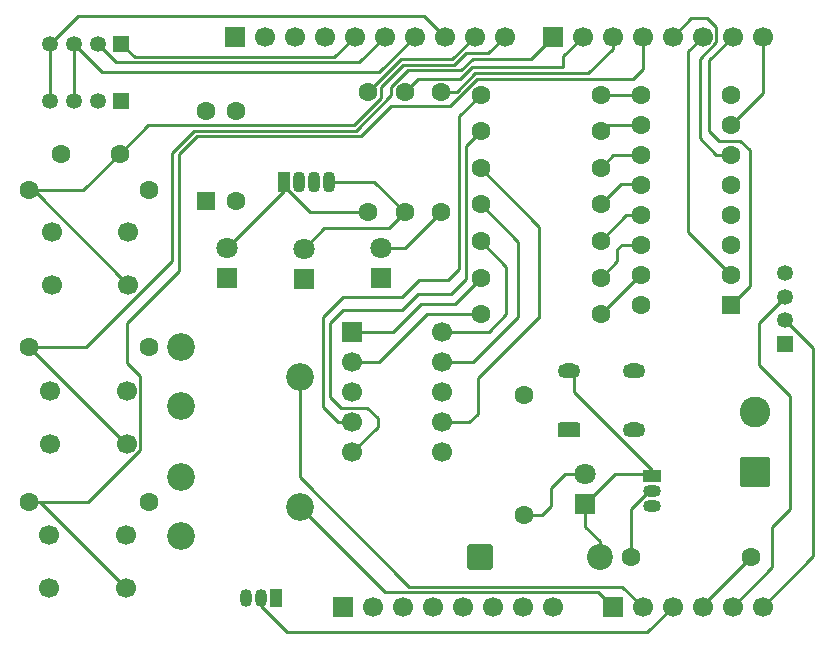
<source format=gbr>
G04 #@! TF.GenerationSoftware,KiCad,Pcbnew,9.0.4*
G04 #@! TF.CreationDate,2025-10-13T09:43:54+02:00*
G04 #@! TF.ProjectId,p1,70312e6b-6963-4616-945f-706362585858,rev?*
G04 #@! TF.SameCoordinates,Original*
G04 #@! TF.FileFunction,Copper,L1,Top*
G04 #@! TF.FilePolarity,Positive*
%FSLAX46Y46*%
G04 Gerber Fmt 4.6, Leading zero omitted, Abs format (unit mm)*
G04 Created by KiCad (PCBNEW 9.0.4) date 2025-10-13 09:43:54*
%MOMM*%
%LPD*%
G01*
G04 APERTURE LIST*
G04 Aperture macros list*
%AMRoundRect*
0 Rectangle with rounded corners*
0 $1 Rounding radius*
0 $2 $3 $4 $5 $6 $7 $8 $9 X,Y pos of 4 corners*
0 Add a 4 corners polygon primitive as box body*
4,1,4,$2,$3,$4,$5,$6,$7,$8,$9,$2,$3,0*
0 Add four circle primitives for the rounded corners*
1,1,$1+$1,$2,$3*
1,1,$1+$1,$4,$5*
1,1,$1+$1,$6,$7*
1,1,$1+$1,$8,$9*
0 Add four rect primitives between the rounded corners*
20,1,$1+$1,$2,$3,$4,$5,0*
20,1,$1+$1,$4,$5,$6,$7,0*
20,1,$1+$1,$6,$7,$8,$9,0*
20,1,$1+$1,$8,$9,$2,$3,0*%
G04 Aperture macros list end*
G04 #@! TA.AperFunction,ComponentPad*
%ADD10R,1.700000X1.700000*%
G04 #@! TD*
G04 #@! TA.AperFunction,ComponentPad*
%ADD11C,1.700000*%
G04 #@! TD*
G04 #@! TA.AperFunction,ComponentPad*
%ADD12R,1.500000X1.050000*%
G04 #@! TD*
G04 #@! TA.AperFunction,ComponentPad*
%ADD13O,1.500000X1.050000*%
G04 #@! TD*
G04 #@! TA.AperFunction,ComponentPad*
%ADD14R,1.800000X1.800000*%
G04 #@! TD*
G04 #@! TA.AperFunction,ComponentPad*
%ADD15C,1.800000*%
G04 #@! TD*
G04 #@! TA.AperFunction,ComponentPad*
%ADD16RoundRect,0.249999X-0.850001X-0.850001X0.850001X-0.850001X0.850001X0.850001X-0.850001X0.850001X0*%
G04 #@! TD*
G04 #@! TA.AperFunction,ComponentPad*
%ADD17C,2.200000*%
G04 #@! TD*
G04 #@! TA.AperFunction,ComponentPad*
%ADD18RoundRect,0.190500X-0.762000X-0.444500X0.762000X-0.444500X0.762000X0.444500X-0.762000X0.444500X0*%
G04 #@! TD*
G04 #@! TA.AperFunction,ComponentPad*
%ADD19O,1.905000X1.270000*%
G04 #@! TD*
G04 #@! TA.AperFunction,ComponentPad*
%ADD20C,1.600000*%
G04 #@! TD*
G04 #@! TA.AperFunction,ComponentPad*
%ADD21C,2.600000*%
G04 #@! TD*
G04 #@! TA.AperFunction,ComponentPad*
%ADD22RoundRect,0.250000X1.050000X-1.050000X1.050000X1.050000X-1.050000X1.050000X-1.050000X-1.050000X0*%
G04 #@! TD*
G04 #@! TA.AperFunction,ComponentPad*
%ADD23RoundRect,0.250000X0.550000X0.550000X-0.550000X0.550000X-0.550000X-0.550000X0.550000X-0.550000X0*%
G04 #@! TD*
G04 #@! TA.AperFunction,ComponentPad*
%ADD24R,1.050000X1.500000*%
G04 #@! TD*
G04 #@! TA.AperFunction,ComponentPad*
%ADD25O,1.050000X1.500000*%
G04 #@! TD*
G04 #@! TA.AperFunction,ComponentPad*
%ADD26RoundRect,0.250000X0.550000X-0.550000X0.550000X0.550000X-0.550000X0.550000X-0.550000X-0.550000X0*%
G04 #@! TD*
G04 #@! TA.AperFunction,ComponentPad*
%ADD27R,1.070000X1.800000*%
G04 #@! TD*
G04 #@! TA.AperFunction,ComponentPad*
%ADD28O,1.070000X1.800000*%
G04 #@! TD*
G04 #@! TA.AperFunction,ComponentPad*
%ADD29C,2.340000*%
G04 #@! TD*
G04 #@! TA.AperFunction,ComponentPad*
%ADD30R,1.350000X1.350000*%
G04 #@! TD*
G04 #@! TA.AperFunction,ComponentPad*
%ADD31C,1.350000*%
G04 #@! TD*
G04 #@! TA.AperFunction,Conductor*
%ADD32C,0.250000*%
G04 #@! TD*
G04 APERTURE END LIST*
D10*
G04 #@! TO.P,J1,1,Pin_1*
G04 #@! TO.N,unconnected-(J1-Pin_1-Pad1)*
X127940000Y-97460000D03*
D11*
G04 #@! TO.P,J1,2,Pin_2*
G04 #@! TO.N,/IOREF*
X130480000Y-97460000D03*
G04 #@! TO.P,J1,3,Pin_3*
G04 #@! TO.N,/~{RESET}*
X133020000Y-97460000D03*
G04 #@! TO.P,J1,4,Pin_4*
G04 #@! TO.N,+3V3*
X135560000Y-97460000D03*
G04 #@! TO.P,J1,5,Pin_5*
G04 #@! TO.N,+5V*
X138100000Y-97460000D03*
G04 #@! TO.P,J1,6,Pin_6*
G04 #@! TO.N,GND*
X140640000Y-97460000D03*
G04 #@! TO.P,J1,7,Pin_7*
X143180000Y-97460000D03*
G04 #@! TO.P,J1,8,Pin_8*
G04 #@! TO.N,VCC*
X145720000Y-97460000D03*
G04 #@! TD*
D10*
G04 #@! TO.P,J3,1,Pin_1*
G04 #@! TO.N,/A0*
X150800000Y-97460000D03*
D11*
G04 #@! TO.P,J3,2,Pin_2*
G04 #@! TO.N,/A1*
X153340000Y-97460000D03*
G04 #@! TO.P,J3,3,Pin_3*
G04 #@! TO.N,/A2*
X155880000Y-97460000D03*
G04 #@! TO.P,J3,4,Pin_4*
G04 #@! TO.N,/A3*
X158420000Y-97460000D03*
G04 #@! TO.P,J3,5,Pin_5*
G04 #@! TO.N,/SDA{slash}A4*
X160960000Y-97460000D03*
G04 #@! TO.P,J3,6,Pin_6*
G04 #@! TO.N,/SCL{slash}A5*
X163500000Y-97460000D03*
G04 #@! TD*
D10*
G04 #@! TO.P,J2,1,Pin_1*
G04 #@! TO.N,/SCL*
X118796000Y-49200000D03*
D11*
G04 #@! TO.P,J2,2,Pin_2*
G04 #@! TO.N,/SDA*
X121336000Y-49200000D03*
G04 #@! TO.P,J2,3,Pin_3*
G04 #@! TO.N,/AREF*
X123876000Y-49200000D03*
G04 #@! TO.P,J2,4,Pin_4*
G04 #@! TO.N,GND*
X126416000Y-49200000D03*
G04 #@! TO.P,J2,5,Pin_5*
G04 #@! TO.N,/13_SCK*
X128956000Y-49200000D03*
G04 #@! TO.P,J2,6,Pin_6*
G04 #@! TO.N,/12_CIPO*
X131496000Y-49200000D03*
G04 #@! TO.P,J2,7,Pin_7*
G04 #@! TO.N,/\u002A11_COPI*
X134036000Y-49200000D03*
G04 #@! TO.P,J2,8,Pin_8*
G04 #@! TO.N,/\u002A10_CS*
X136576000Y-49200000D03*
G04 #@! TO.P,J2,9,Pin_9*
G04 #@! TO.N,/\u002A9*
X139116000Y-49200000D03*
G04 #@! TO.P,J2,10,Pin_10*
G04 #@! TO.N,/8*
X141656000Y-49200000D03*
G04 #@! TD*
D10*
G04 #@! TO.P,J4,1,Pin_1*
G04 #@! TO.N,/7*
X145720000Y-49200000D03*
D11*
G04 #@! TO.P,J4,2,Pin_2*
G04 #@! TO.N,/\u002A6*
X148260000Y-49200000D03*
G04 #@! TO.P,J4,3,Pin_3*
G04 #@! TO.N,/\u002A5*
X150800000Y-49200000D03*
G04 #@! TO.P,J4,4,Pin_4*
G04 #@! TO.N,/4*
X153340000Y-49200000D03*
G04 #@! TO.P,J4,5,Pin_5*
G04 #@! TO.N,/\u002A3*
X155880000Y-49200000D03*
G04 #@! TO.P,J4,6,Pin_6*
G04 #@! TO.N,/2*
X158420000Y-49200000D03*
G04 #@! TO.P,J4,7,Pin_7*
G04 #@! TO.N,/TX{slash}1*
X160960000Y-49200000D03*
G04 #@! TO.P,J4,8,Pin_8*
G04 #@! TO.N,/RX{slash}0*
X163500000Y-49200000D03*
G04 #@! TD*
D12*
G04 #@! TO.P,Q1,1,C*
G04 #@! TO.N,Net-(Dio1-A)*
X154100000Y-86400000D03*
D13*
G04 #@! TO.P,Q1,2,B*
G04 #@! TO.N,Net-(Q1-B)*
X154100000Y-87670000D03*
G04 #@! TO.P,Q1,3,E*
G04 #@! TO.N,GND*
X154100000Y-88940000D03*
G04 #@! TD*
D14*
G04 #@! TO.P,LED1,1,K*
G04 #@! TO.N,Net-(LED1-K)*
X118168697Y-69660000D03*
D15*
G04 #@! TO.P,LED1,2,A*
G04 #@! TO.N,Net-(LED1-A)*
X118168697Y-67120000D03*
G04 #@! TD*
D16*
G04 #@! TO.P,Dio1,1,K*
G04 #@! TO.N,+5V*
X139600000Y-93250000D03*
D17*
G04 #@! TO.P,Dio1,2,A*
G04 #@! TO.N,Net-(Dio1-A)*
X149760000Y-93250000D03*
G04 #@! TD*
D14*
G04 #@! TO.P,LED5,1,K*
G04 #@! TO.N,Net-(Dio1-A)*
X148500000Y-88775000D03*
D15*
G04 #@! TO.P,LED5,2,A*
G04 #@! TO.N,Net-(LED5-A)*
X148500000Y-86235000D03*
G04 #@! TD*
D18*
G04 #@! TO.P,K1,1*
G04 #@! TO.N,+5V*
X147100000Y-82500000D03*
D19*
G04 #@! TO.P,K1,2*
G04 #@! TO.N,Net-(J5-Pin_1)*
X152600000Y-77500000D03*
G04 #@! TO.P,K1,3*
G04 #@! TO.N,Net-(Dio1-A)*
X147100000Y-77500000D03*
G04 #@! TO.P,K1,4*
G04 #@! TO.N,Net-(J5-Pin_2)*
X152600000Y-82500000D03*
G04 #@! TD*
D10*
G04 #@! TO.P,7SEG1,1,G*
G04 #@! TO.N,Net-(7SEG1-G)*
X128780000Y-74200000D03*
D11*
G04 #@! TO.P,7SEG1,2,F*
G04 #@! TO.N,Net-(7SEG1-F)*
X128780000Y-76740000D03*
G04 #@! TO.P,7SEG1,3,CC*
G04 #@! TO.N,GND*
X128780000Y-79280000D03*
G04 #@! TO.P,7SEG1,4,E*
G04 #@! TO.N,Net-(7SEG1-E)*
X128780000Y-81820000D03*
G04 #@! TO.P,7SEG1,5,D*
G04 #@! TO.N,Net-(7SEG1-D)*
X128780000Y-84360000D03*
G04 #@! TO.P,7SEG1,6,DP*
G04 #@! TO.N,unconnected-(7SEG1-DP-Pad6)*
X136400000Y-84360000D03*
G04 #@! TO.P,7SEG1,7,C*
G04 #@! TO.N,Net-(7SEG1-C)*
X136400000Y-81820000D03*
G04 #@! TO.P,7SEG1,8,CC*
G04 #@! TO.N,GND*
X136400000Y-79280000D03*
G04 #@! TO.P,7SEG1,9,B*
G04 #@! TO.N,Net-(7SEG1-B)*
X136400000Y-76740000D03*
G04 #@! TO.P,7SEG1,10,A*
G04 #@! TO.N,Net-(7SEG1-A)*
X136400000Y-74200000D03*
G04 #@! TD*
D20*
G04 #@! TO.P,R11,1*
G04 #@! TO.N,Net-(U1-e)*
X149780000Y-54100000D03*
G04 #@! TO.P,R11,2*
G04 #@! TO.N,Net-(7SEG1-E)*
X139620000Y-54100000D03*
G04 #@! TD*
G04 #@! TO.P,R8,1*
G04 #@! TO.N,Net-(U1-b)*
X149780000Y-63400000D03*
G04 #@! TO.P,R8,2*
G04 #@! TO.N,Net-(7SEG1-B)*
X139620000Y-63400000D03*
G04 #@! TD*
D21*
G04 #@! TO.P,J5,1,Pin_1*
G04 #@! TO.N,Net-(J5-Pin_1)*
X162900000Y-81000000D03*
D22*
G04 #@! TO.P,J5,2,Pin_2*
G04 #@! TO.N,Net-(J5-Pin_2)*
X162900000Y-86080000D03*
G04 #@! TD*
D20*
G04 #@! TO.P,R15,1*
G04 #@! TO.N,+5V*
X143300000Y-79520000D03*
G04 #@! TO.P,R15,2*
G04 #@! TO.N,Net-(LED5-A)*
X143300000Y-89680000D03*
G04 #@! TD*
D23*
G04 #@! TO.P,U1,1,B*
G04 #@! TO.N,/TX{slash}1*
X160800000Y-71880000D03*
D20*
G04 #@! TO.P,U1,2,C*
G04 #@! TO.N,/2*
X160800000Y-69340000D03*
G04 #@! TO.P,U1,3,~{LT}*
G04 #@! TO.N,+5V*
X160800000Y-66800000D03*
G04 #@! TO.P,U1,4,~{BI}/~{RBO}*
X160800000Y-64260000D03*
G04 #@! TO.P,U1,5,~{RBI}*
G04 #@! TO.N,GND*
X160800000Y-61720000D03*
G04 #@! TO.P,U1,6,D*
G04 #@! TO.N,/\u002A3*
X160800000Y-59180000D03*
G04 #@! TO.P,U1,7,A*
G04 #@! TO.N,/RX{slash}0*
X160800000Y-56640000D03*
G04 #@! TO.P,U1,8,GND*
G04 #@! TO.N,GND*
X160800000Y-54100000D03*
G04 #@! TO.P,U1,9,e*
G04 #@! TO.N,Net-(U1-e)*
X153180000Y-54100000D03*
G04 #@! TO.P,U1,10,d*
G04 #@! TO.N,Net-(U1-d)*
X153180000Y-56640000D03*
G04 #@! TO.P,U1,11,c*
G04 #@! TO.N,Net-(U1-c)*
X153180000Y-59180000D03*
G04 #@! TO.P,U1,12,b*
G04 #@! TO.N,Net-(U1-b)*
X153180000Y-61720000D03*
G04 #@! TO.P,U1,13,a*
G04 #@! TO.N,Net-(U1-a)*
X153180000Y-64260000D03*
G04 #@! TO.P,U1,14,g*
G04 #@! TO.N,Net-(U1-g)*
X153180000Y-66800000D03*
G04 #@! TO.P,U1,15,f*
G04 #@! TO.N,Net-(U1-f)*
X153180000Y-69340000D03*
G04 #@! TO.P,U1,16,VCC*
G04 #@! TO.N,+5V*
X153180000Y-71880000D03*
G04 #@! TD*
D14*
G04 #@! TO.P,LED2,1,K*
G04 #@! TO.N,Net-(LED1-K)*
X124668697Y-69675000D03*
D15*
G04 #@! TO.P,LED2,2,A*
G04 #@! TO.N,Net-(LED2-A)*
X124668697Y-67135000D03*
G04 #@! TD*
D20*
G04 #@! TO.P,R10,1*
G04 #@! TO.N,Net-(U1-d)*
X149780000Y-57200000D03*
G04 #@! TO.P,R10,2*
G04 #@! TO.N,Net-(7SEG1-D)*
X139620000Y-57200000D03*
G04 #@! TD*
G04 #@! TO.P,R3,1*
G04 #@! TO.N,/4*
X101420000Y-88600000D03*
G04 #@! TO.P,R3,2*
G04 #@! TO.N,GND*
X111580000Y-88600000D03*
G04 #@! TD*
D11*
G04 #@! TO.P,SW3,1,1*
G04 #@! TO.N,+5V*
X103100000Y-91400000D03*
G04 #@! TO.P,SW3,2,2*
G04 #@! TO.N,unconnected-(SW3-Pad2)*
X109600000Y-91400000D03*
G04 #@! TO.P,SW3,3,K*
G04 #@! TO.N,unconnected-(SW3-K-Pad3)*
X103100000Y-95900000D03*
G04 #@! TO.P,SW3,4,A*
G04 #@! TO.N,/4*
X109600000Y-95900000D03*
G04 #@! TD*
D20*
G04 #@! TO.P,C1,1*
G04 #@! TO.N,+5V*
X104100000Y-59100000D03*
G04 #@! TO.P,C1,2*
G04 #@! TO.N,/8*
X109100000Y-59100000D03*
G04 #@! TD*
G04 #@! TO.P,R7,1*
G04 #@! TO.N,Net-(U1-a)*
X149780000Y-66500000D03*
G04 #@! TO.P,R7,2*
G04 #@! TO.N,Net-(7SEG1-A)*
X139620000Y-66500000D03*
G04 #@! TD*
D24*
G04 #@! TO.P,Tmp1,1,V+*
G04 #@! TO.N,+5V*
X122290000Y-96750000D03*
D25*
G04 #@! TO.P,Tmp1,2,Signal*
G04 #@! TO.N,/A2*
X121020000Y-96750000D03*
G04 #@! TO.P,Tmp1,3,GND*
G04 #@! TO.N,GND*
X119750000Y-96750000D03*
G04 #@! TD*
D26*
G04 #@! TO.P,SW4,1*
G04 #@! TO.N,Net-(LED1-K)*
X116378697Y-63131845D03*
D20*
G04 #@! TO.P,SW4,2*
G04 #@! TO.N,Net-(LED4-K)*
X118918697Y-63131845D03*
G04 #@! TO.P,SW4,3*
G04 #@! TO.N,GND*
X118918697Y-55511845D03*
G04 #@! TO.P,SW4,4*
X116378697Y-55511845D03*
G04 #@! TD*
G04 #@! TO.P,R2,1*
G04 #@! TO.N,/7*
X101420000Y-75500000D03*
G04 #@! TO.P,R2,2*
G04 #@! TO.N,GND*
X111580000Y-75500000D03*
G04 #@! TD*
G04 #@! TO.P,R6,1*
G04 #@! TO.N,/\u002A5*
X136300000Y-53900000D03*
G04 #@! TO.P,R6,2*
G04 #@! TO.N,Net-(LED3-A)*
X136300000Y-64060000D03*
G04 #@! TD*
G04 #@! TO.P,R14,1*
G04 #@! TO.N,/A3*
X162500000Y-93250000D03*
G04 #@! TO.P,R14,2*
G04 #@! TO.N,Net-(Q1-B)*
X152340000Y-93250000D03*
G04 #@! TD*
G04 #@! TO.P,R12,1*
G04 #@! TO.N,Net-(U1-f)*
X149780000Y-72700000D03*
G04 #@! TO.P,R12,2*
G04 #@! TO.N,Net-(7SEG1-F)*
X139620000Y-72700000D03*
G04 #@! TD*
D27*
G04 #@! TO.P,LED4,1,RA*
G04 #@! TO.N,Net-(LED1-A)*
X122990000Y-61500000D03*
D28*
G04 #@! TO.P,LED4,2,K*
G04 #@! TO.N,Net-(LED4-K)*
X124260000Y-61500000D03*
G04 #@! TO.P,LED4,3,BA*
G04 #@! TO.N,Net-(LED3-A)*
X125530000Y-61500000D03*
G04 #@! TO.P,LED4,4,GA*
G04 #@! TO.N,Net-(LED2-A)*
X126800000Y-61500000D03*
G04 #@! TD*
D20*
G04 #@! TO.P,R4,1*
G04 #@! TO.N,/\u002A9*
X130100000Y-53900000D03*
G04 #@! TO.P,R4,2*
G04 #@! TO.N,Net-(LED1-A)*
X130100000Y-64060000D03*
G04 #@! TD*
D14*
G04 #@! TO.P,LED3,1,K*
G04 #@! TO.N,Net-(LED1-K)*
X131168697Y-69660000D03*
D15*
G04 #@! TO.P,LED3,2,A*
G04 #@! TO.N,Net-(LED3-A)*
X131168697Y-67120000D03*
G04 #@! TD*
D11*
G04 #@! TO.P,SW2,1,1*
G04 #@! TO.N,+5V*
X103150000Y-79200000D03*
G04 #@! TO.P,SW2,2,2*
G04 #@! TO.N,unconnected-(SW2-Pad2)*
X109650000Y-79200000D03*
G04 #@! TO.P,SW2,3,K*
G04 #@! TO.N,unconnected-(SW2-K-Pad3)*
X103150000Y-83700000D03*
G04 #@! TO.P,SW2,4,A*
G04 #@! TO.N,/7*
X109650000Y-83700000D03*
G04 #@! TD*
G04 #@! TO.P,SW1,1,1*
G04 #@! TO.N,+5V*
X103300000Y-65700000D03*
G04 #@! TO.P,SW1,2,2*
G04 #@! TO.N,unconnected-(SW1-Pad2)*
X109800000Y-65700000D03*
G04 #@! TO.P,SW1,3,K*
G04 #@! TO.N,unconnected-(SW1-K-Pad3)*
X103300000Y-70200000D03*
G04 #@! TO.P,SW1,4,A*
G04 #@! TO.N,/8*
X109800000Y-70200000D03*
G04 #@! TD*
D29*
G04 #@! TO.P,Pot2,1,1*
G04 #@! TO.N,+5V*
X114300000Y-80500000D03*
G04 #@! TO.P,Pot2,2,2*
G04 #@! TO.N,/A1*
X124300000Y-78000000D03*
G04 #@! TO.P,Pot2,3,3*
G04 #@! TO.N,GND*
X114300000Y-75500000D03*
G04 #@! TD*
D20*
G04 #@! TO.P,R9,1*
G04 #@! TO.N,Net-(U1-c)*
X149780000Y-60300000D03*
G04 #@! TO.P,R9,2*
G04 #@! TO.N,Net-(7SEG1-C)*
X139620000Y-60300000D03*
G04 #@! TD*
G04 #@! TO.P,R5,1*
G04 #@! TO.N,/\u002A6*
X133200000Y-53900000D03*
G04 #@! TO.P,R5,2*
G04 #@! TO.N,Net-(LED2-A)*
X133200000Y-64060000D03*
G04 #@! TD*
D30*
G04 #@! TO.P,SPI_2,1,Pin_1*
G04 #@! TO.N,/13_SCK*
X109200000Y-54600000D03*
D31*
G04 #@! TO.P,SPI_2,2,Pin_2*
G04 #@! TO.N,/12_CIPO*
X107200000Y-54600000D03*
G04 #@! TO.P,SPI_2,3,Pin_3*
G04 #@! TO.N,/\u002A11_COPI*
X105200000Y-54600000D03*
G04 #@! TO.P,SPI_2,4,Pin_4*
G04 #@! TO.N,/\u002A10_CS*
X103200000Y-54600000D03*
G04 #@! TD*
D20*
G04 #@! TO.P,R13,1*
G04 #@! TO.N,Net-(U1-g)*
X149780000Y-69600000D03*
G04 #@! TO.P,R13,2*
G04 #@! TO.N,Net-(7SEG1-G)*
X139620000Y-69600000D03*
G04 #@! TD*
D30*
G04 #@! TO.P,SPI_1,1,Pin_1*
G04 #@! TO.N,/13_SCK*
X109200000Y-49800000D03*
D31*
G04 #@! TO.P,SPI_1,2,Pin_2*
G04 #@! TO.N,/12_CIPO*
X107200000Y-49800000D03*
G04 #@! TO.P,SPI_1,3,Pin_3*
G04 #@! TO.N,/\u002A11_COPI*
X105200000Y-49800000D03*
G04 #@! TO.P,SPI_1,4,Pin_4*
G04 #@! TO.N,/\u002A10_CS*
X103200000Y-49800000D03*
G04 #@! TD*
D20*
G04 #@! TO.P,R1,1*
G04 #@! TO.N,/8*
X101420000Y-62200000D03*
G04 #@! TO.P,R1,2*
G04 #@! TO.N,GND*
X111580000Y-62200000D03*
G04 #@! TD*
D29*
G04 #@! TO.P,Pot1,1,1*
G04 #@! TO.N,+5V*
X114300000Y-91500000D03*
G04 #@! TO.P,Pot1,2,2*
G04 #@! TO.N,/A0*
X124300000Y-89000000D03*
G04 #@! TO.P,Pot1,3,3*
G04 #@! TO.N,GND*
X114300000Y-86500000D03*
G04 #@! TD*
D30*
G04 #@! TO.P,I2C_1,1,Pin_1*
G04 #@! TO.N,+5V*
X165400000Y-75200000D03*
D31*
G04 #@! TO.P,I2C_1,2,Pin_2*
G04 #@! TO.N,/SCL{slash}A5*
X165400000Y-73200000D03*
G04 #@! TO.P,I2C_1,3,Pin_3*
G04 #@! TO.N,/SDA{slash}A4*
X165400000Y-71200000D03*
G04 #@! TO.P,I2C_1,4,Pin_4*
G04 #@! TO.N,GND*
X165400000Y-69200000D03*
G04 #@! TD*
D32*
G04 #@! TO.N,/A0*
X131500000Y-96200000D02*
X149540000Y-96200000D01*
X124300000Y-89000000D02*
X131500000Y-96200000D01*
X149540000Y-96200000D02*
X150800000Y-97460000D01*
G04 #@! TO.N,/A1*
X133600000Y-95749000D02*
X151629000Y-95749000D01*
X124300000Y-78000000D02*
X124300000Y-86449000D01*
X124300000Y-86449000D02*
X133600000Y-95749000D01*
X151629000Y-95749000D02*
X153340000Y-97460000D01*
G04 #@! TO.N,/A2*
X121020000Y-97407000D02*
X123213000Y-99600000D01*
X153740000Y-99600000D02*
X155880000Y-97460000D01*
X121020000Y-96750000D02*
X121020000Y-97407000D01*
X123213000Y-99600000D02*
X153740000Y-99600000D01*
G04 #@! TO.N,/A3*
X158420000Y-97330000D02*
X158420000Y-97460000D01*
X162500000Y-93250000D02*
X158420000Y-97330000D01*
G04 #@! TO.N,/SDA{slash}A4*
X164314000Y-90686000D02*
X165800000Y-89200000D01*
X165800000Y-89200000D02*
X165800000Y-79600000D01*
X163200000Y-77000000D02*
X163200000Y-73400000D01*
X160960000Y-97460000D02*
X164314000Y-94106000D01*
X163200000Y-73400000D02*
X165400000Y-71200000D01*
X164314000Y-94106000D02*
X164314000Y-90686000D01*
X165800000Y-79600000D02*
X163200000Y-77000000D01*
G04 #@! TO.N,/SCL{slash}A5*
X163500000Y-97460000D02*
X167766000Y-93194000D01*
X167766000Y-75566000D02*
X165400000Y-73200000D01*
X167766000Y-93194000D02*
X167766000Y-75566000D01*
G04 #@! TO.N,Net-(7SEG1-G)*
X128780000Y-74200000D02*
X132200000Y-74200000D01*
X132200000Y-74200000D02*
X134600000Y-71800000D01*
X137420000Y-71800000D02*
X139620000Y-69600000D01*
X134600000Y-71800000D02*
X137420000Y-71800000D01*
G04 #@! TO.N,Net-(7SEG1-E)*
X137800000Y-68900000D02*
X137800000Y-55920000D01*
X126300000Y-72900000D02*
X128000000Y-71200000D01*
X134400000Y-69800000D02*
X136900000Y-69800000D01*
X136900000Y-69800000D02*
X137800000Y-68900000D01*
X128780000Y-81820000D02*
X127577919Y-81820000D01*
X133000000Y-71200000D02*
X134400000Y-69800000D01*
X127577919Y-81820000D02*
X126300000Y-80542081D01*
X126300000Y-80542081D02*
X126300000Y-72900000D01*
X128000000Y-71200000D02*
X133000000Y-71200000D01*
X137800000Y-55920000D02*
X139620000Y-54100000D01*
G04 #@! TO.N,/8*
X131226000Y-53474000D02*
X131226000Y-54366405D01*
X137400000Y-51600000D02*
X133100000Y-51600000D01*
X131226000Y-54366405D02*
X128892405Y-56700000D01*
X101800000Y-62200000D02*
X101420000Y-62200000D01*
X141656000Y-49200000D02*
X140256000Y-50600000D01*
X140256000Y-50600000D02*
X138400000Y-50600000D01*
X101420000Y-62200000D02*
X106000000Y-62200000D01*
X109800000Y-70200000D02*
X101800000Y-62200000D01*
X106000000Y-62200000D02*
X109100000Y-59100000D01*
X138400000Y-50600000D02*
X137400000Y-51600000D01*
X133100000Y-51600000D02*
X131226000Y-53474000D01*
X128892405Y-56700000D02*
X111500000Y-56700000D01*
X111500000Y-56700000D02*
X109100000Y-59100000D01*
G04 #@! TO.N,/7*
X113500000Y-68200000D02*
X113500000Y-59000000D01*
X115349000Y-57151000D02*
X129079215Y-57151000D01*
X138011190Y-52051000D02*
X139011190Y-51051000D01*
X106200000Y-75500000D02*
X113500000Y-68200000D01*
X109620000Y-83700000D02*
X109650000Y-83700000D01*
X101420000Y-75500000D02*
X109620000Y-83700000D01*
X129079215Y-57151000D02*
X132074000Y-54156215D01*
X132074000Y-54156215D02*
X132074000Y-53433595D01*
X113500000Y-59000000D02*
X115349000Y-57151000D01*
X143869000Y-51051000D02*
X145720000Y-49200000D01*
X101420000Y-75500000D02*
X106200000Y-75500000D01*
X132074000Y-53433595D02*
X133456595Y-52051000D01*
X133456595Y-52051000D02*
X138011190Y-52051000D01*
X139011190Y-51051000D02*
X143869000Y-51051000D01*
G04 #@! TO.N,Net-(7SEG1-A)*
X140300000Y-74200000D02*
X141800000Y-72700000D01*
X141800000Y-72700000D02*
X141800000Y-68680000D01*
X141800000Y-68680000D02*
X139620000Y-66500000D01*
X136400000Y-74200000D02*
X140300000Y-74200000D01*
G04 #@! TO.N,/\u002A9*
X130100000Y-53900000D02*
X132900000Y-51100000D01*
X132900000Y-51100000D02*
X137216000Y-51100000D01*
X137216000Y-51100000D02*
X139116000Y-49200000D01*
G04 #@! TO.N,/4*
X139327595Y-52800000D02*
X152500000Y-52800000D01*
X132000000Y-55100000D02*
X137027595Y-55100000D01*
X115598000Y-57602000D02*
X129498000Y-57602000D01*
X152500000Y-52800000D02*
X153340000Y-51960000D01*
X129498000Y-57602000D02*
X132000000Y-55100000D01*
X109700000Y-73400000D02*
X114100000Y-69000000D01*
X106413116Y-88600000D02*
X110826000Y-84187116D01*
X153340000Y-51960000D02*
X153340000Y-49200000D01*
X102300000Y-88600000D02*
X101420000Y-88600000D01*
X110826000Y-77926000D02*
X109700000Y-76800000D01*
X109600000Y-95900000D02*
X102300000Y-88600000D01*
X114100000Y-59100000D02*
X115598000Y-57602000D01*
X101420000Y-88600000D02*
X106413116Y-88600000D01*
X110826000Y-84187116D02*
X110826000Y-77926000D01*
X114100000Y-69000000D02*
X114100000Y-59100000D01*
X137027595Y-55100000D02*
X139327595Y-52800000D01*
X109700000Y-76800000D02*
X109700000Y-73400000D01*
G04 #@! TO.N,/2*
X158420000Y-49200000D02*
X157200000Y-50420000D01*
X157200000Y-65740000D02*
X160800000Y-69340000D01*
X157200000Y-50420000D02*
X157200000Y-65740000D01*
G04 #@! TO.N,/\u002A6*
X138900000Y-51800000D02*
X146600000Y-51800000D01*
X137900000Y-52800000D02*
X138900000Y-51800000D01*
X137874000Y-52774000D02*
X137900000Y-52800000D01*
X133200000Y-53900000D02*
X134326000Y-52774000D01*
X146600000Y-50860000D02*
X148260000Y-49200000D01*
X146600000Y-51800000D02*
X146600000Y-50860000D01*
X134326000Y-52774000D02*
X137874000Y-52774000D01*
G04 #@! TO.N,/\u002A5*
X137589785Y-53900000D02*
X139189785Y-52300000D01*
X139189785Y-52300000D02*
X148700000Y-52300000D01*
X148700000Y-52300000D02*
X150800000Y-50200000D01*
X150800000Y-50200000D02*
X150800000Y-49200000D01*
X136300000Y-53900000D02*
X137589785Y-53900000D01*
G04 #@! TO.N,/TX{slash}1*
X159800000Y-58000000D02*
X159000000Y-57200000D01*
X162400000Y-70280000D02*
X162400000Y-58800000D01*
X159000000Y-51160000D02*
X160960000Y-49200000D01*
X160800000Y-71880000D02*
X162400000Y-70280000D01*
X159000000Y-57200000D02*
X159000000Y-51160000D01*
X161600000Y-58000000D02*
X159800000Y-58000000D01*
X162400000Y-58800000D02*
X161600000Y-58000000D01*
G04 #@! TO.N,/\u002A3*
X158200000Y-57800000D02*
X158200000Y-51083116D01*
X157480000Y-47600000D02*
X155880000Y-49200000D01*
X159600000Y-48400000D02*
X158800000Y-47600000D01*
X158200000Y-51083116D02*
X159600000Y-49683116D01*
X160800000Y-59180000D02*
X159580000Y-59180000D01*
X159580000Y-59180000D02*
X158200000Y-57800000D01*
X158800000Y-47600000D02*
X157480000Y-47600000D01*
X159600000Y-49683116D02*
X159600000Y-48400000D01*
G04 #@! TO.N,/RX{slash}0*
X160800000Y-56640000D02*
X163500000Y-53940000D01*
X163500000Y-53940000D02*
X163500000Y-49200000D01*
G04 #@! TO.N,Net-(7SEG1-C)*
X136400000Y-81820000D02*
X138680000Y-81820000D01*
X139400000Y-81100000D02*
X139400000Y-78100000D01*
X144600000Y-73000000D02*
X144600000Y-65280000D01*
X139400000Y-78100000D02*
X144500000Y-73000000D01*
X144500000Y-73000000D02*
X144600000Y-73000000D01*
X144600000Y-65280000D02*
X139620000Y-60300000D01*
X138680000Y-81820000D02*
X139400000Y-81100000D01*
G04 #@! TO.N,Net-(7SEG1-B)*
X136400000Y-76740000D02*
X138960000Y-76740000D01*
X138960000Y-76740000D02*
X142800000Y-72900000D01*
X142800000Y-72900000D02*
X142800000Y-66580000D01*
X142800000Y-66580000D02*
X139620000Y-63400000D01*
G04 #@! TO.N,Net-(7SEG1-D)*
X130000000Y-80600000D02*
X127800000Y-80600000D01*
X128000000Y-72300000D02*
X133000000Y-72300000D01*
X130900000Y-81500000D02*
X130000000Y-80600000D01*
X128780000Y-84360000D02*
X130900000Y-82240000D01*
X130900000Y-82240000D02*
X130900000Y-81500000D01*
X138400000Y-69700000D02*
X138400000Y-58420000D01*
X133000000Y-72300000D02*
X134300000Y-71000000D01*
X137100000Y-71000000D02*
X138400000Y-69700000D01*
X127800000Y-80600000D02*
X126900000Y-79700000D01*
X126900000Y-73400000D02*
X128000000Y-72300000D01*
X138400000Y-58420000D02*
X139620000Y-57200000D01*
X126900000Y-79700000D02*
X126900000Y-73400000D01*
X134300000Y-71000000D02*
X137100000Y-71000000D01*
G04 #@! TO.N,Net-(7SEG1-F)*
X135100000Y-72700000D02*
X131060000Y-76740000D01*
X131060000Y-76740000D02*
X128780000Y-76740000D01*
X139620000Y-72700000D02*
X135100000Y-72700000D01*
G04 #@! TO.N,Net-(Dio1-A)*
X151025000Y-86250000D02*
X153950000Y-86250000D01*
X148500000Y-90670000D02*
X149760000Y-91930000D01*
X148500000Y-88775000D02*
X151025000Y-86250000D01*
X147500000Y-77900000D02*
X147500000Y-79300000D01*
X154100000Y-85900000D02*
X154100000Y-86400000D01*
X149760000Y-91930000D02*
X149760000Y-93250000D01*
X147100000Y-77500000D02*
X147500000Y-77900000D01*
X147500000Y-79300000D02*
X154100000Y-85900000D01*
X148500000Y-88775000D02*
X148500000Y-90670000D01*
X153950000Y-86250000D02*
X154100000Y-86400000D01*
G04 #@! TO.N,/\u002A11_COPI*
X105200000Y-49800000D02*
X107600000Y-52200000D01*
X105200000Y-54600000D02*
X105200000Y-49800000D01*
X131036000Y-52200000D02*
X134036000Y-49200000D01*
X107600000Y-52200000D02*
X131036000Y-52200000D01*
G04 #@! TO.N,/12_CIPO*
X107200000Y-49800000D02*
X108777000Y-51377000D01*
X129319000Y-51377000D02*
X131496000Y-49200000D01*
X108777000Y-51377000D02*
X129319000Y-51377000D01*
G04 #@! TO.N,/13_SCK*
X109200000Y-49800000D02*
X110326000Y-50926000D01*
X110326000Y-50926000D02*
X127230000Y-50926000D01*
X127230000Y-50926000D02*
X128956000Y-49200000D01*
G04 #@! TO.N,/\u002A10_CS*
X103200000Y-49800000D02*
X105526000Y-47474000D01*
X105526000Y-47474000D02*
X134850000Y-47474000D01*
X134850000Y-47474000D02*
X136576000Y-49200000D01*
X103200000Y-54600000D02*
X103200000Y-49800000D01*
G04 #@! TO.N,Net-(Q1-B)*
X152340000Y-89180000D02*
X152340000Y-93250000D01*
X154191504Y-87670000D02*
X154341504Y-87520000D01*
X154100000Y-87670000D02*
X154191504Y-87670000D01*
X153950000Y-87570000D02*
X152340000Y-89180000D01*
X154000000Y-87570000D02*
X153950000Y-87570000D01*
X154100000Y-87670000D02*
X154000000Y-87570000D01*
G04 #@! TO.N,Net-(LED5-A)*
X143300000Y-89680000D02*
X144820000Y-89680000D01*
X145600000Y-88900000D02*
X145600000Y-87400000D01*
X145600000Y-87400000D02*
X146765000Y-86235000D01*
X146765000Y-86235000D02*
X148500000Y-86235000D01*
X144820000Y-89680000D02*
X145600000Y-88900000D01*
G04 #@! TO.N,Net-(U1-a)*
X151980000Y-64300000D02*
X153140000Y-64300000D01*
X153140000Y-64300000D02*
X153180000Y-64260000D01*
X149780000Y-66500000D02*
X151980000Y-64300000D01*
G04 #@! TO.N,Net-(U1-b)*
X153160000Y-61700000D02*
X153180000Y-61720000D01*
X149780000Y-63400000D02*
X151480000Y-61700000D01*
X151480000Y-61700000D02*
X153160000Y-61700000D01*
G04 #@! TO.N,Net-(U1-c)*
X152020000Y-59180000D02*
X153180000Y-59180000D01*
X152000000Y-59200000D02*
X152020000Y-59180000D01*
X149780000Y-60300000D02*
X150880000Y-59200000D01*
X150880000Y-59200000D02*
X152000000Y-59200000D01*
G04 #@! TO.N,Net-(U1-d)*
X153180000Y-56640000D02*
X150340000Y-56640000D01*
X150340000Y-56640000D02*
X149780000Y-57200000D01*
G04 #@! TO.N,Net-(U1-e)*
X153180000Y-54100000D02*
X149780000Y-54100000D01*
G04 #@! TO.N,Net-(U1-f)*
X153140000Y-69340000D02*
X153180000Y-69340000D01*
X149780000Y-72700000D02*
X153140000Y-69340000D01*
G04 #@! TO.N,Net-(U1-g)*
X151200000Y-67200000D02*
X151600000Y-66800000D01*
X151600000Y-66800000D02*
X153180000Y-66800000D01*
X149780000Y-69600000D02*
X151200000Y-68180000D01*
X151200000Y-68180000D02*
X151200000Y-67200000D01*
G04 #@! TO.N,Net-(LED1-A)*
X118168697Y-67120000D02*
X122990000Y-62298697D01*
X122990000Y-61500000D02*
X122990000Y-61865000D01*
X122990000Y-62298697D02*
X122990000Y-61500000D01*
X122990000Y-61865000D02*
X125185000Y-64060000D01*
X125185000Y-64060000D02*
X130100000Y-64060000D01*
G04 #@! TO.N,Net-(LED2-A)*
X124668697Y-67135000D02*
X126400000Y-65403697D01*
X126400000Y-65403697D02*
X126400000Y-65400000D01*
X126800000Y-61500000D02*
X130640000Y-61500000D01*
X126400000Y-65400000D02*
X131860000Y-65400000D01*
X131860000Y-65400000D02*
X133200000Y-64060000D01*
X130640000Y-61500000D02*
X133200000Y-64060000D01*
G04 #@! TO.N,Net-(LED3-A)*
X131168697Y-67120000D02*
X133240000Y-67120000D01*
X133240000Y-67120000D02*
X136300000Y-64060000D01*
G04 #@! TD*
M02*

</source>
